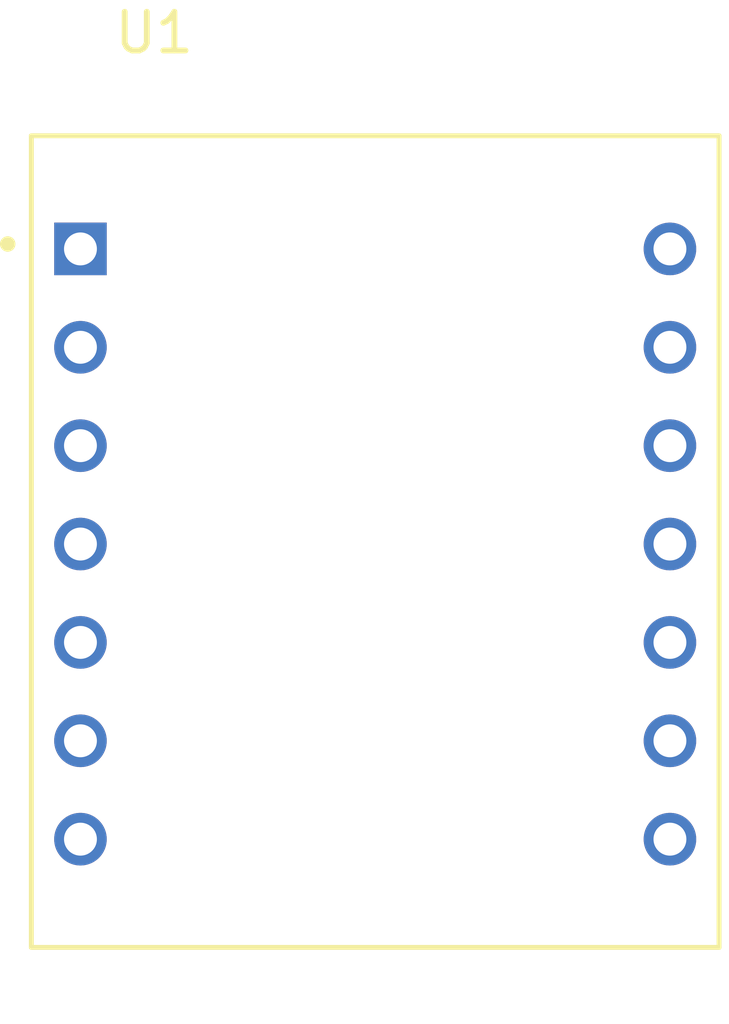
<source format=kicad_pcb>
(kicad_pcb (version 20241229) (generator "pcbnew") (generator_version "9.0")
  (layers (0 "F.Cu" signal) (2 "B.Cu" signal) (13 "F.Paste" user) (15 "B.Paste" user) (5 "F.SilkS" user "F.Silkscreen") (7 "B.SilkS" user "B.Silkscreen") (1 "F.Mask" user) (3 "B.Mask" user) (25 "Edge.Cuts" user))
  (net 0 "")
  (footprint "113991054:MODULE_113991054" (layer "F.Cu") (at 67.12 66.8165)
    (property "Reference" "U1" (at -5.715 -13.135 0) (layer "F.SilkS"))
    (property "Value" "113991054")
    (fp_line (start -8.89 -10.4775) (end 8.89 -10.4775) (stroke (width 0.127)) (layer "F.SilkS"))
    (fp_line (start -8.89 10.4775) (end -8.89 -10.4775) (stroke (width 0.127)) (layer "F.SilkS"))
    (fp_line (start 8.89 -10.4775) (end 8.89 10.4775) (stroke (width 0.127)) (layer "F.SilkS"))
    (fp_line (start 8.89 10.4775) (end -8.89 10.4775) (stroke (width 0.127)) (layer "F.SilkS"))
    (fp_circle (center -9.5 -7.6835) (end -9.4 -7.6835) (stroke (width 0.2)) (fill no) (layer "F.SilkS"))
    (pad "1" thru_hole rect (at -7.62 -7.5565) (size 1.358 1.358) (drill 0.85) (layers "*.Cu" "*.Mask"))
    (pad "2" thru_hole circle (at -7.62 -5.0165) (size 1.358 1.358) (drill 0.85) (layers "*.Cu" "*.Mask"))
    (pad "3" thru_hole circle (at -7.62 -2.4765) (size 1.358 1.358) (drill 0.85) (layers "*.Cu" "*.Mask"))
    (pad "4" thru_hole circle (at -7.62 0.0635) (size 1.358 1.358) (drill 0.85) (layers "*.Cu" "*.Mask"))
    (pad "5" thru_hole circle (at -7.62 2.6035) (size 1.358 1.358) (drill 0.85) (layers "*.Cu" "*.Mask"))
    (pad "6" thru_hole circle (at -7.62 5.1435) (size 1.358 1.358) (drill 0.85) (layers "*.Cu" "*.Mask"))
    (pad "7" thru_hole circle (at -7.62 7.6835) (size 1.358 1.358) (drill 0.85) (layers "*.Cu" "*.Mask"))
    (pad "8" thru_hole circle (at 7.62 7.6835) (size 1.358 1.358) (drill 0.85) (layers "*.Cu" "*.Mask"))
    (pad "9" thru_hole circle (at 7.62 5.1435) (size 1.358 1.358) (drill 0.85) (layers "*.Cu" "*.Mask"))
    (pad "10" thru_hole circle (at 7.62 2.6035) (size 1.358 1.358) (drill 0.85) (layers "*.Cu" "*.Mask"))
    (pad "11" thru_hole circle (at 7.62 0.0635) (size 1.358 1.358) (drill 0.85) (layers "*.Cu" "*.Mask"))
    (pad "12" thru_hole circle (at 7.62 -2.4765) (size 1.358 1.358) (drill 0.85) (layers "*.Cu" "*.Mask"))
    (pad "13" thru_hole circle (at 7.62 -5.0165) (size 1.358 1.358) (drill 0.85) (layers "*.Cu" "*.Mask"))
    (pad "14" thru_hole circle (at 7.62 -7.5565) (size 1.358 1.358) (drill 0.85) (layers "*.Cu" "*.Mask"))
  )
)
</source>
